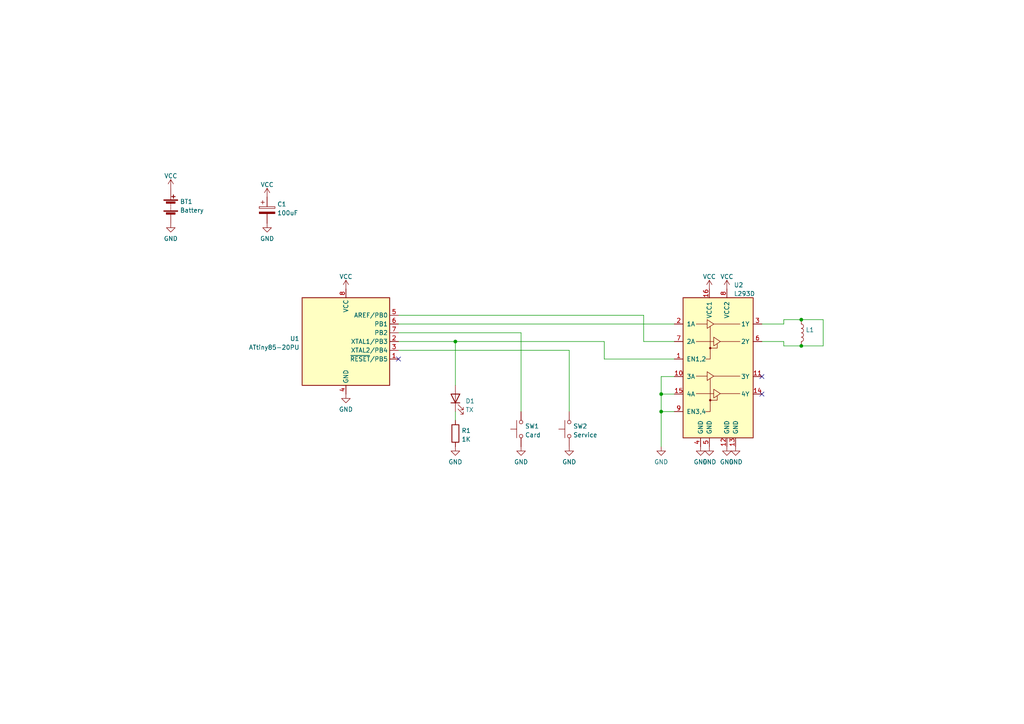
<source format=kicad_sch>
(kicad_sch (version 20211123) (generator eeschema)
  (paper "A4")
  (lib_symbols
    (symbol "Device:Battery" (pin_numbers hide) (pin_names (offset 0) hide)
      (property "Reference" "BT" (at 2.54 2.54 0))
      (property "Value" "Battery" (at 2.54 0 0))
      (symbol "Battery_0_1"
        (rectangle (start -2.032 -1.397) (end 2.032 -1.651) (fill (type outline)))
        (rectangle (start -2.032 1.778) (end 2.032 1.524) (fill (type outline)))
        (rectangle (start -1.3208 -1.9812) (end 1.27 -2.4892) (fill (type outline)))
        (rectangle (start -1.3208 1.1938) (end 1.27 0.6858) (fill (type outline)))
        (polyline (pts (xy 0 -1.524) (xy 0 -1.27)))
        (polyline (pts (xy 0 -1.016) (xy 0 -0.762)))
        (polyline (pts (xy 0 -0.508) (xy 0 -0.254)))
        (polyline (pts (xy 0 0) (xy 0 0.254)))
        (polyline (pts (xy 0 0.508) (xy 0 0.762)))
        (polyline (pts (xy 0 1.778) (xy 0 2.54)))
        (polyline (pts (xy 0.254 2.667) (xy 1.27 2.667)) (stroke (width 0.254)))
        (polyline (pts (xy 0.762 3.175) (xy 0.762 2.159)) (stroke (width 0.254)))
      )
      (symbol "Battery_1_1"
        (pin passive line (at 0 5.08 270) (length 2.54) (name "+") (number "1"))
        (pin passive line (at 0 -5.08 90) (length 2.54) (name "-") (number "2"))
      )
    )
    (symbol "Device:CP" (pin_numbers hide) (pin_names (offset 0.254))
      (property "Reference" "C" (at 0.635 2.54 0))
      (property "Value" "CP" (at 0.635 -2.54 0))
      (symbol "CP_0_1"
        (rectangle (start -2.286 0.508) (end 2.286 1.016))
        (polyline (pts (xy -1.778 2.286) (xy -0.762 2.286)))
        (polyline (pts (xy -1.27 2.794) (xy -1.27 1.778)))
        (rectangle (start 2.286 -0.508) (end -2.286 -1.016) (fill (type outline)))
      )
      (symbol "CP_1_1"
        (pin passive line (at 0 3.81 270) (length 2.794) (name "~") (number "1"))
        (pin passive line (at 0 -3.81 90) (length 2.794) (name "~") (number "2"))
      )
    )
    (symbol "Device:L" (pin_numbers hide) (pin_names (offset 1.016) hide)
      (property "Reference" "L" (at -1.27 0 90))
      (property "Value" "L" (at 1.905 0 90))
      (symbol "L_0_1"
        (arc (start 0 -2.54) (mid 0.635 -1.905) (end 0 -1.27))
        (arc (start 0 -1.27) (mid 0.635 -0.635) (end 0 0))
        (arc (start 0 0) (mid 0.635 0.635) (end 0 1.27))
        (arc (start 0 1.27) (mid 0.635 1.905) (end 0 2.54))
      )
      (symbol "L_1_1"
        (pin passive line (at 0 3.81 270) (length 1.27) (name "1") (number "1"))
        (pin passive line (at 0 -3.81 90) (length 1.27) (name "2") (number "2"))
      )
    )
    (symbol "Device:LED" (pin_numbers hide) (pin_names (offset 1.016) hide)
      (property "Reference" "D" (at 0 2.54 0))
      (property "Value" "LED" (at 0 -2.54 0))
      (symbol "LED_0_1"
        (polyline (pts (xy -1.27 -1.27) (xy -1.27 1.27)) (stroke (width 0.254)))
        (polyline (pts (xy -1.27 0) (xy 1.27 0)))
        (polyline (pts (xy 1.27 -1.27) (xy 1.27 1.27) (xy -1.27 0) (xy 1.27 -1.27)) (stroke (width 0.254)))
        (polyline (pts (xy -3.048 -0.762) (xy -4.572 -2.286) (xy -3.81 -2.286) (xy -4.572 -2.286) (xy -4.572 -1.524)))
        (polyline (pts (xy -1.778 -0.762) (xy -3.302 -2.286) (xy -2.54 -2.286) (xy -3.302 -2.286) (xy -3.302 -1.524)))
      )
      (symbol "LED_1_1"
        (pin passive line (at -3.81 0 0) (length 2.54) (name "K") (number "1"))
        (pin passive line (at 3.81 0 180) (length 2.54) (name "A") (number "2"))
      )
    )
    (symbol "Device:R" (pin_numbers hide) (pin_names (offset 0))
      (property "Reference" "R" (at 2.032 0 90))
      (property "Value" "R" (at 0 0 90))
      (symbol "R_0_1"
        (rectangle (start -1.016 -2.54) (end 1.016 2.54) (stroke (width 0.254)))
      )
      (symbol "R_1_1"
        (pin passive line (at 0 3.81 270) (length 1.27) (name "~") (number "1"))
        (pin passive line (at 0 -3.81 90) (length 1.27) (name "~") (number "2"))
      )
    )
    (symbol "Driver_Motor:L293D" (pin_names (offset 1.016))
      (property "Reference" "U" (at -5.08 26.035 0))
      (property "Value" "L293D" (at -5.08 24.13 0))
      (symbol "L293D_0_1"
        (rectangle (start -10.16 22.86) (end 10.16 -17.78) (stroke (width 0.254)) (fill (type background)))
        (circle (center -2.286 -6.858) (radius 0.254) (fill (type outline)))
        (circle (center -2.286 8.255) (radius 0.254) (fill (type outline)))
        (polyline (pts (xy -6.35 -4.953) (xy -1.27 -4.953)))
        (polyline (pts (xy -6.35 0.127) (xy -3.175 0.127)))
        (polyline (pts (xy -6.35 10.16) (xy -1.27 10.16)))
        (polyline (pts (xy -6.35 15.24) (xy -3.175 15.24)))
        (polyline (pts (xy -1.27 0.127) (xy 6.35 0.127)))
        (polyline (pts (xy -1.27 15.24) (xy 6.35 15.24)))
        (polyline (pts (xy 0.635 -4.953) (xy 6.35 -4.953)))
        (polyline (pts (xy 0.635 10.16) (xy 6.35 10.16)))
        (polyline (pts (xy -2.286 -6.858) (xy -0.254 -6.858) (xy -0.254 -5.588)))
        (polyline (pts (xy -2.286 -0.635) (xy -2.286 -10.16) (xy -3.556 -10.16)))
        (polyline (pts (xy -2.286 8.255) (xy -0.254 8.255) (xy -0.254 9.525)))
        (polyline (pts (xy -2.286 14.478) (xy -2.286 5.08) (xy -3.556 5.08)))
        (polyline (pts (xy -3.175 1.397) (xy -3.175 -1.143) (xy -1.27 0.127) (xy -3.175 1.397)))
        (polyline (pts (xy -3.175 16.51) (xy -3.175 13.97) (xy -1.27 15.24) (xy -3.175 16.51)))
        (polyline (pts (xy -1.27 -3.683) (xy -1.27 -6.223) (xy 0.635 -4.953) (xy -1.27 -3.683)))
        (polyline (pts (xy -1.27 11.43) (xy -1.27 8.89) (xy 0.635 10.16) (xy -1.27 11.43)))
      )
      (symbol "L293D_1_1"
        (pin input line (at -12.7 5.08 0) (length 2.54) (name "EN1,2") (number "1"))
        (pin input line (at -12.7 0 0) (length 2.54) (name "3A") (number "10"))
        (pin output line (at 12.7 0 180) (length 2.54) (name "3Y") (number "11"))
        (pin power_in line (at 2.54 -20.32 90) (length 2.54) (name "GND") (number "12"))
        (pin power_in line (at 5.08 -20.32 90) (length 2.54) (name "GND") (number "13"))
        (pin output line (at 12.7 -5.08 180) (length 2.54) (name "4Y") (number "14"))
        (pin input line (at -12.7 -5.08 0) (length 2.54) (name "4A") (number "15"))
        (pin power_in line (at -2.54 25.4 270) (length 2.54) (name "VCC1") (number "16"))
        (pin input line (at -12.7 15.24 0) (length 2.54) (name "1A") (number "2"))
        (pin output line (at 12.7 15.24 180) (length 2.54) (name "1Y") (number "3"))
        (pin power_in line (at -5.08 -20.32 90) (length 2.54) (name "GND") (number "4"))
        (pin power_in line (at -2.54 -20.32 90) (length 2.54) (name "GND") (number "5"))
        (pin output line (at 12.7 10.16 180) (length 2.54) (name "2Y") (number "6"))
        (pin input line (at -12.7 10.16 0) (length 2.54) (name "2A") (number "7"))
        (pin power_in line (at 2.54 25.4 270) (length 2.54) (name "VCC2") (number "8"))
        (pin input line (at -12.7 -10.16 0) (length 2.54) (name "EN3,4") (number "9"))
      )
    )
    (symbol "MCU_Microchip_ATtiny:ATtiny85-20PU"
      (property "Reference" "U" (at -12.7 13.97 0))
      (property "Value" "ATtiny85-20PU" (at 2.54 -13.97 0))
      (symbol "ATtiny85-20PU_0_1"
        (rectangle (start -12.7 -12.7) (end 12.7 12.7) (stroke (width 0.254)) (fill (type background)))
      )
      (symbol "ATtiny85-20PU_1_1"
        (pin bidirectional line (at 15.24 -5.08 180) (length 2.54) (name "~{RESET}/PB5") (number "1"))
        (pin bidirectional line (at 15.24 0 180) (length 2.54) (name "XTAL1/PB3") (number "2"))
        (pin bidirectional line (at 15.24 -2.54 180) (length 2.54) (name "XTAL2/PB4") (number "3"))
        (pin power_in line (at 0 -15.24 90) (length 2.54) (name "GND") (number "4"))
        (pin bidirectional line (at 15.24 7.62 180) (length 2.54) (name "AREF/PB0") (number "5"))
        (pin bidirectional line (at 15.24 5.08 180) (length 2.54) (name "PB1") (number "6"))
        (pin bidirectional line (at 15.24 2.54 180) (length 2.54) (name "PB2") (number "7"))
        (pin power_in line (at 0 15.24 270) (length 2.54) (name "VCC") (number "8"))
      )
    )
    (symbol "Switch:SW_Push" (pin_numbers hide) (pin_names (offset 1.016) hide)
      (property "Reference" "SW" (at 1.27 2.54 0))
      (property "Value" "SW_Push" (at 0 -1.524 0))
      (symbol "SW_Push_0_1"
        (circle (center -2.032 0) (radius 0.508))
        (polyline (pts (xy 0 1.27) (xy 0 3.048)))
        (polyline (pts (xy 2.54 1.27) (xy -2.54 1.27)))
        (circle (center 2.032 0) (radius 0.508))
        (pin passive line (at -5.08 0 0) (length 2.54) (name "1") (number "1"))
        (pin passive line (at 5.08 0 180) (length 2.54) (name "2") (number "2"))
      )
    )
    (symbol "power:GND" (power) (pin_names (offset 0))
      (property "Value" "GND" (at 0 -3.81 0))
      (symbol "GND_0_1"
        (polyline (pts (xy 0 0) (xy 0 -1.27) (xy 1.27 -1.27) (xy 0 -2.54) (xy -1.27 -1.27) (xy 0 -1.27)))
      )
      (symbol "GND_1_1"
        (pin power_in line (at 0 0 270) (length 0) hide (name "GND") (number "1"))
      )
    )
    (symbol "power:VCC" (power) (pin_names (offset 0))
      (property "Value" "VCC" (at 0 3.81 0))
      (symbol "VCC_0_1"
        (polyline (pts (xy -0.762 1.27) (xy 0 2.54)))
        (polyline (pts (xy 0 0) (xy 0 2.54)))
        (polyline (pts (xy 0 2.54) (xy 0.762 1.27)))
      )
      (symbol "VCC_1_1"
        (pin power_in line (at 0 0 90) (length 0) hide (name "VCC") (number "1"))
      )
    )
  )
  (junction (at 132.08 99.06))
  (junction (at 232.41 100.33))
  (junction (at 191.77 114.3))
  (junction (at 191.77 119.38))
  (junction (at 232.41 92.71))
  (no_connect (at 220.98 109.22))
  (no_connect (at 220.98 114.3))
  (no_connect (at 115.57 104.14))
  (wire (pts (xy 220.98 93.98) (xy 227.33 93.98)))
  (wire (pts (xy 220.98 99.06) (xy 227.33 99.06)))
  (wire (pts (xy 191.77 119.38) (xy 191.77 129.54)))
  (wire (pts (xy 238.76 92.71) (xy 238.76 100.33)))
  (wire (pts (xy 191.77 119.38) (xy 195.58 119.38)))
  (wire (pts (xy 132.08 119.38) (xy 132.08 121.92)))
  (wire (pts (xy 175.26 104.14) (xy 195.58 104.14)))
  (wire (pts (xy 227.33 99.06) (xy 227.33 100.33)))
  (wire (pts (xy 191.77 114.3) (xy 191.77 119.38)))
  (wire (pts (xy 115.57 93.98) (xy 195.58 93.98)))
  (wire (pts (xy 165.1 119.38) (xy 165.1 101.6)))
  (wire (pts (xy 175.26 99.06) (xy 175.26 104.14)))
  (wire (pts (xy 186.69 99.06) (xy 195.58 99.06)))
  (wire (pts (xy 186.69 91.44) (xy 186.69 99.06)))
  (wire (pts (xy 227.33 100.33) (xy 232.41 100.33)))
  (wire (pts (xy 115.57 99.06) (xy 132.08 99.06)))
  (wire (pts (xy 191.77 109.22) (xy 191.77 114.3)))
  (wire (pts (xy 151.13 96.52) (xy 115.57 96.52)))
  (wire (pts (xy 191.77 114.3) (xy 195.58 114.3)))
  (wire (pts (xy 195.58 109.22) (xy 191.77 109.22)))
  (wire (pts (xy 227.33 92.71) (xy 232.41 92.71)))
  (wire (pts (xy 115.57 91.44) (xy 186.69 91.44)))
  (wire (pts (xy 232.41 100.33) (xy 238.76 100.33)))
  (wire (pts (xy 132.08 99.06) (xy 132.08 111.76)))
  (wire (pts (xy 227.33 93.98) (xy 227.33 92.71)))
  (wire (pts (xy 232.41 92.71) (xy 238.76 92.71)))
  (wire (pts (xy 151.13 119.38) (xy 151.13 96.52)))
  (wire (pts (xy 165.1 101.6) (xy 115.57 101.6)))
  (wire (pts (xy 132.08 99.06) (xy 175.26 99.06)))
  (symbol (lib_id "power:GND") (at 210.82 129.54 0) (unit 1)
    (property "Reference" "#PWR0106" (effects hide))
    (property "Value" "GND" (at 210.82 133.9834 0))
  )
  (symbol (lib_id "Device:Battery") (at 49.53 59.69 0) (unit 1)
    (property "Reference" "BT1" (at 52.197 58.4743 0) (effects (justify left)))
    (property "Value" "Battery" (at 52.197 61.0112 0) (effects (justify left)))
    (property "Footprint" "Connector_PinHeader_2.54mm:PinHeader_2x01_P2.54mm_Vertical" (effects hide))
  )
  (symbol (lib_id "power:GND") (at 191.77 129.54 0) (unit 1)
    (property "Reference" "#PWR0116" (effects hide))
    (property "Value" "GND" (at 191.77 133.9834 0))
  )
  (symbol (lib_id "power:GND") (at 203.2 129.54 0) (unit 1)
    (property "Reference" "#PWR0104" (effects hide))
    (property "Value" "GND" (at 203.2 133.9834 0))
  )
  (symbol (lib_id "power:GND") (at 49.53 64.77 0) (unit 1)
    (property "Reference" "#PWR0111" (effects hide))
    (property "Value" "GND" (at 49.53 69.2134 0))
  )
  (symbol (lib_id "Device:R") (at 132.08 125.73 0) (unit 1)
    (property "Reference" "R1" (at 133.858 124.8953 0) (effects (justify left)))
    (property "Value" "1K" (at 133.858 127.4322 0) (effects (justify left)))
    (property "Footprint" "Resistor_THT:R_Axial_DIN0207_L6.3mm_D2.5mm_P10.16mm_Horizontal" (effects hide))
  )
  (symbol (lib_id "power:GND") (at 213.36 129.54 0) (unit 1)
    (property "Reference" "#PWR0101" (effects hide))
    (property "Value" "GND" (at 213.36 133.9834 0))
  )
  (symbol (lib_id "Driver_Motor:L293D") (at 208.28 109.22 0) (unit 1)
    (property "Reference" "U2" (at 212.8394 82.6602 0) (effects (justify left)))
    (property "Value" "L293D" (at 212.8394 85.1971 0) (effects (justify left)))
    (property "Footprint" "Package_DIP:DIP-16_W7.62mm" (effects hide))
    (property "Datasheet" "http://www.ti.com/lit/ds/symlink/l293.pdf" (effects hide))
  )
  (symbol (lib_id "MCU_Microchip_ATtiny:ATtiny85-20PU") (at 100.33 99.06 0) (unit 1)
    (property "Reference" "U1" (at 86.8681 98.2253 0) (effects (justify right)))
    (property "Value" "ATtiny85-20PU" (at 86.8681 100.7622 0) (effects (justify right)))
    (property "Footprint" "Package_DIP:DIP-8_W7.62mm" (effects hide))
    (property "Datasheet" "http://ww1.microchip.com/downloads/en/DeviceDoc/atmel-2586-avr-8-bit-microcontroller-attiny25-attiny45-attiny85_datasheet.pdf" (effects hide))
  )
  (symbol (lib_id "power:VCC") (at 205.74 83.82 0) (unit 1)
    (property "Reference" "#PWR0105" (effects hide))
    (property "Value" "VCC" (at 205.74 80.2442 0))
  )
  (symbol (lib_id "power:GND") (at 132.08 129.54 0) (unit 1)
    (property "Reference" "#PWR0107" (effects hide))
    (property "Value" "GND" (at 132.08 133.9834 0))
  )
  (symbol (lib_id "Device:LED") (at 132.08 115.57 90) (unit 1)
    (property "Reference" "D1" (at 135.001 116.3228 90) (effects (justify right)))
    (property "Value" "TX" (at 135.001 118.8597 90) (effects (justify right)))
    (property "Footprint" "LED_THT:LED_D3.0mm_Clear" (effects hide))
  )
  (symbol (lib_id "power:VCC") (at 100.33 83.82 0) (unit 1)
    (property "Reference" "#PWR0109" (effects hide))
    (property "Value" "VCC" (at 100.33 80.2442 0))
  )
  (symbol (lib_id "power:GND") (at 205.74 129.54 0) (unit 1)
    (property "Reference" "#PWR0103" (effects hide))
    (property "Value" "GND" (at 205.74 133.9834 0))
  )
  (symbol (lib_id "Device:L") (at 232.41 96.52 0) (unit 1)
    (property "Reference" "L1" (at 233.68 95.6853 0) (effects (justify left)))
    (property "Value" "L" (effects hide))
    (property "Footprint" "Connector_PinHeader_2.54mm:PinHeader_2x01_P2.54mm_Vertical" (effects hide))
  )
  (symbol (lib_id "power:VCC") (at 210.82 83.82 0) (unit 1)
    (property "Reference" "#PWR0102" (effects hide))
    (property "Value" "VCC" (at 210.82 80.2442 0))
  )
  (symbol (lib_id "Device:CP") (at 77.47 60.96 0) (unit 1)
    (property "Reference" "C1" (at 80.391 59.2363 0) (effects (justify left)))
    (property "Value" "100uF" (at 80.391 61.7732 0) (effects (justify left)))
    (property "Footprint" "Capacitor_THT:CP_Radial_D6.3mm_P2.50mm" (effects hide))
  )
  (symbol (lib_id "power:GND") (at 77.47 64.77 0) (unit 1)
    (property "Reference" "#PWR0108" (effects hide))
    (property "Value" "GND" (at 77.47 69.2134 0))
  )
  (symbol (lib_id "power:GND") (at 151.13 129.54 0) (unit 1)
    (property "Reference" "#PWR0114" (effects hide))
    (property "Value" "GND" (at 151.13 133.9834 0))
  )
  (symbol (lib_id "power:GND") (at 165.1 129.54 0) (unit 1)
    (property "Reference" "#PWR0115" (effects hide))
    (property "Value" "GND" (at 165.1 133.9834 0))
  )
  (symbol (lib_id "power:VCC") (at 49.53 54.61 0) (unit 1)
    (property "Reference" "#PWR0113" (effects hide))
    (property "Value" "VCC" (at 49.53 51.0342 0))
  )
  (symbol (lib_id "power:GND") (at 100.33 114.3 0) (unit 1)
    (property "Reference" "#PWR0110" (effects hide))
    (property "Value" "GND" (at 100.33 118.7434 0))
  )
  (symbol (lib_id "Switch:SW_Push") (at 151.13 124.46 90) (unit 1)
    (property "Reference" "SW1" (at 152.273 123.6253 90) (effects (justify right)))
    (property "Value" "Card" (at 152.273 126.1622 90) (effects (justify right)))
    (property "Footprint" "Button_Switch_THT:SW_PUSH_6mm_H4.3mm" (effects hide))
  )
  (symbol (lib_id "Switch:SW_Push") (at 165.1 124.46 90) (unit 1)
    (property "Reference" "SW2" (at 166.243 123.6253 90) (effects (justify right)))
    (property "Value" "Service" (at 166.243 126.1622 90) (effects (justify right)))
    (property "Footprint" "Button_Switch_THT:SW_PUSH_6mm_H4.3mm" (effects hide))
  )
  (symbol (lib_id "power:VCC") (at 77.47 57.15 0) (unit 1)
    (property "Reference" "#PWR0112" (effects hide))
    (property "Value" "VCC" (at 77.47 53.5742 0))
  )
)
</source>
